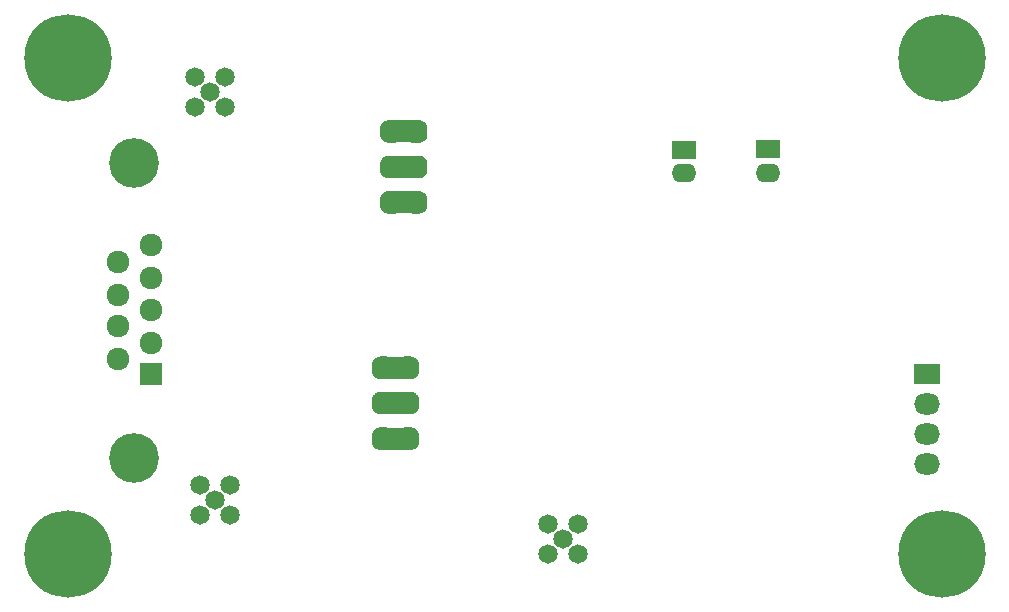
<source format=gbs>
G04 #@! TF.GenerationSoftware,KiCad,Pcbnew,(5.1.5-0)*
G04 #@! TF.CreationDate,2021-11-01T14:26:59-06:00*
G04 #@! TF.ProjectId,2ch-ads,3263682d-6164-4732-9e6b-696361645f70,rev?*
G04 #@! TF.SameCoordinates,Original*
G04 #@! TF.FileFunction,Soldermask,Bot*
G04 #@! TF.FilePolarity,Negative*
%FSLAX46Y46*%
G04 Gerber Fmt 4.6, Leading zero omitted, Abs format (unit mm)*
G04 Created by KiCad (PCBNEW (5.1.5-0)) date 2021-11-01 14:26:59*
%MOMM*%
%LPD*%
G04 APERTURE LIST*
%ADD10R,1.400000X1.900000*%
%ADD11C,0.100000*%
%ADD12C,1.640000*%
%ADD13R,2.200000X1.800000*%
%ADD14O,2.200000X1.800000*%
%ADD15O,2.100000X1.600000*%
%ADD16R,2.100000X1.600000*%
%ADD17C,4.210000*%
%ADD18R,1.920000X1.920000*%
%ADD19C,1.920000*%
%ADD20C,7.400000*%
G04 APERTURE END LIST*
D10*
X125450000Y-91250000D03*
D11*
G36*
X126756112Y-90300602D02*
G01*
X126774534Y-90300602D01*
X126794140Y-90301565D01*
X126842971Y-90306375D01*
X126862380Y-90309254D01*
X126910505Y-90318826D01*
X126929548Y-90323596D01*
X126976503Y-90337840D01*
X126994980Y-90344451D01*
X127040313Y-90363228D01*
X127058061Y-90371623D01*
X127101334Y-90394754D01*
X127118162Y-90404840D01*
X127158961Y-90432100D01*
X127174730Y-90443795D01*
X127212659Y-90474923D01*
X127227200Y-90488103D01*
X127261897Y-90522800D01*
X127275077Y-90537341D01*
X127306205Y-90575270D01*
X127317900Y-90591039D01*
X127345160Y-90631838D01*
X127355246Y-90648666D01*
X127378377Y-90691939D01*
X127386772Y-90709687D01*
X127405549Y-90755020D01*
X127412160Y-90773497D01*
X127426404Y-90820452D01*
X127431174Y-90839495D01*
X127440746Y-90887620D01*
X127443625Y-90907029D01*
X127448435Y-90955860D01*
X127449398Y-90975466D01*
X127449398Y-90993888D01*
X127450000Y-91000000D01*
X127450000Y-91500000D01*
X127449398Y-91506112D01*
X127449398Y-91524534D01*
X127448435Y-91544140D01*
X127443625Y-91592971D01*
X127440746Y-91612380D01*
X127431174Y-91660505D01*
X127426404Y-91679548D01*
X127412160Y-91726503D01*
X127405549Y-91744980D01*
X127386772Y-91790313D01*
X127378377Y-91808061D01*
X127355246Y-91851334D01*
X127345160Y-91868162D01*
X127317900Y-91908961D01*
X127306205Y-91924730D01*
X127275077Y-91962659D01*
X127261897Y-91977200D01*
X127227200Y-92011897D01*
X127212659Y-92025077D01*
X127174730Y-92056205D01*
X127158961Y-92067900D01*
X127118162Y-92095160D01*
X127101334Y-92105246D01*
X127058061Y-92128377D01*
X127040313Y-92136772D01*
X126994980Y-92155549D01*
X126976503Y-92162160D01*
X126929548Y-92176404D01*
X126910505Y-92181174D01*
X126862380Y-92190746D01*
X126842971Y-92193625D01*
X126794140Y-92198435D01*
X126774534Y-92199398D01*
X126756112Y-92199398D01*
X126750000Y-92200000D01*
X126200000Y-92200000D01*
X126160982Y-92196157D01*
X126123463Y-92184776D01*
X126088886Y-92166294D01*
X126058579Y-92141421D01*
X126033706Y-92111114D01*
X126015224Y-92076537D01*
X126003843Y-92039018D01*
X126000000Y-92000000D01*
X126000000Y-90500000D01*
X126003843Y-90460982D01*
X126015224Y-90423463D01*
X126033706Y-90388886D01*
X126058579Y-90358579D01*
X126088886Y-90333706D01*
X126123463Y-90315224D01*
X126160982Y-90303843D01*
X126200000Y-90300000D01*
X126750000Y-90300000D01*
X126756112Y-90300602D01*
G37*
G36*
X124739018Y-90303843D02*
G01*
X124776537Y-90315224D01*
X124811114Y-90333706D01*
X124841421Y-90358579D01*
X124866294Y-90388886D01*
X124884776Y-90423463D01*
X124896157Y-90460982D01*
X124900000Y-90500000D01*
X124900000Y-92000000D01*
X124896157Y-92039018D01*
X124884776Y-92076537D01*
X124866294Y-92111114D01*
X124841421Y-92141421D01*
X124811114Y-92166294D01*
X124776537Y-92184776D01*
X124739018Y-92196157D01*
X124700000Y-92200000D01*
X124150000Y-92200000D01*
X124143888Y-92199398D01*
X124125466Y-92199398D01*
X124105860Y-92198435D01*
X124057029Y-92193625D01*
X124037620Y-92190746D01*
X123989495Y-92181174D01*
X123970452Y-92176404D01*
X123923497Y-92162160D01*
X123905020Y-92155549D01*
X123859687Y-92136772D01*
X123841939Y-92128377D01*
X123798666Y-92105246D01*
X123781838Y-92095160D01*
X123741039Y-92067900D01*
X123725270Y-92056205D01*
X123687341Y-92025077D01*
X123672800Y-92011897D01*
X123638103Y-91977200D01*
X123624923Y-91962659D01*
X123593795Y-91924730D01*
X123582100Y-91908961D01*
X123554840Y-91868162D01*
X123544754Y-91851334D01*
X123521623Y-91808061D01*
X123513228Y-91790313D01*
X123494451Y-91744980D01*
X123487840Y-91726503D01*
X123473596Y-91679548D01*
X123468826Y-91660505D01*
X123459254Y-91612380D01*
X123456375Y-91592971D01*
X123451565Y-91544140D01*
X123450602Y-91524534D01*
X123450602Y-91506112D01*
X123450000Y-91500000D01*
X123450000Y-91000000D01*
X123450602Y-90993888D01*
X123450602Y-90975466D01*
X123451565Y-90955860D01*
X123456375Y-90907029D01*
X123459254Y-90887620D01*
X123468826Y-90839495D01*
X123473596Y-90820452D01*
X123487840Y-90773497D01*
X123494451Y-90755020D01*
X123513228Y-90709687D01*
X123521623Y-90691939D01*
X123544754Y-90648666D01*
X123554840Y-90631838D01*
X123582100Y-90591039D01*
X123593795Y-90575270D01*
X123624923Y-90537341D01*
X123638103Y-90522800D01*
X123672800Y-90488103D01*
X123687341Y-90474923D01*
X123725270Y-90443795D01*
X123741039Y-90432100D01*
X123781838Y-90404840D01*
X123798666Y-90394754D01*
X123841939Y-90371623D01*
X123859687Y-90363228D01*
X123905020Y-90344451D01*
X123923497Y-90337840D01*
X123970452Y-90323596D01*
X123989495Y-90318826D01*
X124037620Y-90309254D01*
X124057029Y-90306375D01*
X124105860Y-90301565D01*
X124125466Y-90300602D01*
X124143888Y-90300602D01*
X124150000Y-90300000D01*
X124700000Y-90300000D01*
X124739018Y-90303843D01*
G37*
D10*
X125450000Y-88250000D03*
D11*
G36*
X126756112Y-87300602D02*
G01*
X126774534Y-87300602D01*
X126794140Y-87301565D01*
X126842971Y-87306375D01*
X126862380Y-87309254D01*
X126910505Y-87318826D01*
X126929548Y-87323596D01*
X126976503Y-87337840D01*
X126994980Y-87344451D01*
X127040313Y-87363228D01*
X127058061Y-87371623D01*
X127101334Y-87394754D01*
X127118162Y-87404840D01*
X127158961Y-87432100D01*
X127174730Y-87443795D01*
X127212659Y-87474923D01*
X127227200Y-87488103D01*
X127261897Y-87522800D01*
X127275077Y-87537341D01*
X127306205Y-87575270D01*
X127317900Y-87591039D01*
X127345160Y-87631838D01*
X127355246Y-87648666D01*
X127378377Y-87691939D01*
X127386772Y-87709687D01*
X127405549Y-87755020D01*
X127412160Y-87773497D01*
X127426404Y-87820452D01*
X127431174Y-87839495D01*
X127440746Y-87887620D01*
X127443625Y-87907029D01*
X127448435Y-87955860D01*
X127449398Y-87975466D01*
X127449398Y-87993888D01*
X127450000Y-88000000D01*
X127450000Y-88500000D01*
X127449398Y-88506112D01*
X127449398Y-88524534D01*
X127448435Y-88544140D01*
X127443625Y-88592971D01*
X127440746Y-88612380D01*
X127431174Y-88660505D01*
X127426404Y-88679548D01*
X127412160Y-88726503D01*
X127405549Y-88744980D01*
X127386772Y-88790313D01*
X127378377Y-88808061D01*
X127355246Y-88851334D01*
X127345160Y-88868162D01*
X127317900Y-88908961D01*
X127306205Y-88924730D01*
X127275077Y-88962659D01*
X127261897Y-88977200D01*
X127227200Y-89011897D01*
X127212659Y-89025077D01*
X127174730Y-89056205D01*
X127158961Y-89067900D01*
X127118162Y-89095160D01*
X127101334Y-89105246D01*
X127058061Y-89128377D01*
X127040313Y-89136772D01*
X126994980Y-89155549D01*
X126976503Y-89162160D01*
X126929548Y-89176404D01*
X126910505Y-89181174D01*
X126862380Y-89190746D01*
X126842971Y-89193625D01*
X126794140Y-89198435D01*
X126774534Y-89199398D01*
X126756112Y-89199398D01*
X126750000Y-89200000D01*
X126200000Y-89200000D01*
X126160982Y-89196157D01*
X126123463Y-89184776D01*
X126088886Y-89166294D01*
X126058579Y-89141421D01*
X126033706Y-89111114D01*
X126015224Y-89076537D01*
X126003843Y-89039018D01*
X126000000Y-89000000D01*
X126000000Y-87500000D01*
X126003843Y-87460982D01*
X126015224Y-87423463D01*
X126033706Y-87388886D01*
X126058579Y-87358579D01*
X126088886Y-87333706D01*
X126123463Y-87315224D01*
X126160982Y-87303843D01*
X126200000Y-87300000D01*
X126750000Y-87300000D01*
X126756112Y-87300602D01*
G37*
G36*
X124739018Y-87303843D02*
G01*
X124776537Y-87315224D01*
X124811114Y-87333706D01*
X124841421Y-87358579D01*
X124866294Y-87388886D01*
X124884776Y-87423463D01*
X124896157Y-87460982D01*
X124900000Y-87500000D01*
X124900000Y-89000000D01*
X124896157Y-89039018D01*
X124884776Y-89076537D01*
X124866294Y-89111114D01*
X124841421Y-89141421D01*
X124811114Y-89166294D01*
X124776537Y-89184776D01*
X124739018Y-89196157D01*
X124700000Y-89200000D01*
X124150000Y-89200000D01*
X124143888Y-89199398D01*
X124125466Y-89199398D01*
X124105860Y-89198435D01*
X124057029Y-89193625D01*
X124037620Y-89190746D01*
X123989495Y-89181174D01*
X123970452Y-89176404D01*
X123923497Y-89162160D01*
X123905020Y-89155549D01*
X123859687Y-89136772D01*
X123841939Y-89128377D01*
X123798666Y-89105246D01*
X123781838Y-89095160D01*
X123741039Y-89067900D01*
X123725270Y-89056205D01*
X123687341Y-89025077D01*
X123672800Y-89011897D01*
X123638103Y-88977200D01*
X123624923Y-88962659D01*
X123593795Y-88924730D01*
X123582100Y-88908961D01*
X123554840Y-88868162D01*
X123544754Y-88851334D01*
X123521623Y-88808061D01*
X123513228Y-88790313D01*
X123494451Y-88744980D01*
X123487840Y-88726503D01*
X123473596Y-88679548D01*
X123468826Y-88660505D01*
X123459254Y-88612380D01*
X123456375Y-88592971D01*
X123451565Y-88544140D01*
X123450602Y-88524534D01*
X123450602Y-88506112D01*
X123450000Y-88500000D01*
X123450000Y-88000000D01*
X123450602Y-87993888D01*
X123450602Y-87975466D01*
X123451565Y-87955860D01*
X123456375Y-87907029D01*
X123459254Y-87887620D01*
X123468826Y-87839495D01*
X123473596Y-87820452D01*
X123487840Y-87773497D01*
X123494451Y-87755020D01*
X123513228Y-87709687D01*
X123521623Y-87691939D01*
X123544754Y-87648666D01*
X123554840Y-87631838D01*
X123582100Y-87591039D01*
X123593795Y-87575270D01*
X123624923Y-87537341D01*
X123638103Y-87522800D01*
X123672800Y-87488103D01*
X123687341Y-87474923D01*
X123725270Y-87443795D01*
X123741039Y-87432100D01*
X123781838Y-87404840D01*
X123798666Y-87394754D01*
X123841939Y-87371623D01*
X123859687Y-87363228D01*
X123905020Y-87344451D01*
X123923497Y-87337840D01*
X123970452Y-87323596D01*
X123989495Y-87318826D01*
X124037620Y-87309254D01*
X124057029Y-87306375D01*
X124105860Y-87301565D01*
X124125466Y-87300602D01*
X124143888Y-87300602D01*
X124150000Y-87300000D01*
X124700000Y-87300000D01*
X124739018Y-87303843D01*
G37*
D10*
X125450000Y-85250000D03*
D11*
G36*
X126756112Y-84300602D02*
G01*
X126774534Y-84300602D01*
X126794140Y-84301565D01*
X126842971Y-84306375D01*
X126862380Y-84309254D01*
X126910505Y-84318826D01*
X126929548Y-84323596D01*
X126976503Y-84337840D01*
X126994980Y-84344451D01*
X127040313Y-84363228D01*
X127058061Y-84371623D01*
X127101334Y-84394754D01*
X127118162Y-84404840D01*
X127158961Y-84432100D01*
X127174730Y-84443795D01*
X127212659Y-84474923D01*
X127227200Y-84488103D01*
X127261897Y-84522800D01*
X127275077Y-84537341D01*
X127306205Y-84575270D01*
X127317900Y-84591039D01*
X127345160Y-84631838D01*
X127355246Y-84648666D01*
X127378377Y-84691939D01*
X127386772Y-84709687D01*
X127405549Y-84755020D01*
X127412160Y-84773497D01*
X127426404Y-84820452D01*
X127431174Y-84839495D01*
X127440746Y-84887620D01*
X127443625Y-84907029D01*
X127448435Y-84955860D01*
X127449398Y-84975466D01*
X127449398Y-84993888D01*
X127450000Y-85000000D01*
X127450000Y-85500000D01*
X127449398Y-85506112D01*
X127449398Y-85524534D01*
X127448435Y-85544140D01*
X127443625Y-85592971D01*
X127440746Y-85612380D01*
X127431174Y-85660505D01*
X127426404Y-85679548D01*
X127412160Y-85726503D01*
X127405549Y-85744980D01*
X127386772Y-85790313D01*
X127378377Y-85808061D01*
X127355246Y-85851334D01*
X127345160Y-85868162D01*
X127317900Y-85908961D01*
X127306205Y-85924730D01*
X127275077Y-85962659D01*
X127261897Y-85977200D01*
X127227200Y-86011897D01*
X127212659Y-86025077D01*
X127174730Y-86056205D01*
X127158961Y-86067900D01*
X127118162Y-86095160D01*
X127101334Y-86105246D01*
X127058061Y-86128377D01*
X127040313Y-86136772D01*
X126994980Y-86155549D01*
X126976503Y-86162160D01*
X126929548Y-86176404D01*
X126910505Y-86181174D01*
X126862380Y-86190746D01*
X126842971Y-86193625D01*
X126794140Y-86198435D01*
X126774534Y-86199398D01*
X126756112Y-86199398D01*
X126750000Y-86200000D01*
X126200000Y-86200000D01*
X126160982Y-86196157D01*
X126123463Y-86184776D01*
X126088886Y-86166294D01*
X126058579Y-86141421D01*
X126033706Y-86111114D01*
X126015224Y-86076537D01*
X126003843Y-86039018D01*
X126000000Y-86000000D01*
X126000000Y-84500000D01*
X126003843Y-84460982D01*
X126015224Y-84423463D01*
X126033706Y-84388886D01*
X126058579Y-84358579D01*
X126088886Y-84333706D01*
X126123463Y-84315224D01*
X126160982Y-84303843D01*
X126200000Y-84300000D01*
X126750000Y-84300000D01*
X126756112Y-84300602D01*
G37*
G36*
X124739018Y-84303843D02*
G01*
X124776537Y-84315224D01*
X124811114Y-84333706D01*
X124841421Y-84358579D01*
X124866294Y-84388886D01*
X124884776Y-84423463D01*
X124896157Y-84460982D01*
X124900000Y-84500000D01*
X124900000Y-86000000D01*
X124896157Y-86039018D01*
X124884776Y-86076537D01*
X124866294Y-86111114D01*
X124841421Y-86141421D01*
X124811114Y-86166294D01*
X124776537Y-86184776D01*
X124739018Y-86196157D01*
X124700000Y-86200000D01*
X124150000Y-86200000D01*
X124143888Y-86199398D01*
X124125466Y-86199398D01*
X124105860Y-86198435D01*
X124057029Y-86193625D01*
X124037620Y-86190746D01*
X123989495Y-86181174D01*
X123970452Y-86176404D01*
X123923497Y-86162160D01*
X123905020Y-86155549D01*
X123859687Y-86136772D01*
X123841939Y-86128377D01*
X123798666Y-86105246D01*
X123781838Y-86095160D01*
X123741039Y-86067900D01*
X123725270Y-86056205D01*
X123687341Y-86025077D01*
X123672800Y-86011897D01*
X123638103Y-85977200D01*
X123624923Y-85962659D01*
X123593795Y-85924730D01*
X123582100Y-85908961D01*
X123554840Y-85868162D01*
X123544754Y-85851334D01*
X123521623Y-85808061D01*
X123513228Y-85790313D01*
X123494451Y-85744980D01*
X123487840Y-85726503D01*
X123473596Y-85679548D01*
X123468826Y-85660505D01*
X123459254Y-85612380D01*
X123456375Y-85592971D01*
X123451565Y-85544140D01*
X123450602Y-85524534D01*
X123450602Y-85506112D01*
X123450000Y-85500000D01*
X123450000Y-85000000D01*
X123450602Y-84993888D01*
X123450602Y-84975466D01*
X123451565Y-84955860D01*
X123456375Y-84907029D01*
X123459254Y-84887620D01*
X123468826Y-84839495D01*
X123473596Y-84820452D01*
X123487840Y-84773497D01*
X123494451Y-84755020D01*
X123513228Y-84709687D01*
X123521623Y-84691939D01*
X123544754Y-84648666D01*
X123554840Y-84631838D01*
X123582100Y-84591039D01*
X123593795Y-84575270D01*
X123624923Y-84537341D01*
X123638103Y-84522800D01*
X123672800Y-84488103D01*
X123687341Y-84474923D01*
X123725270Y-84443795D01*
X123741039Y-84432100D01*
X123781838Y-84404840D01*
X123798666Y-84394754D01*
X123841939Y-84371623D01*
X123859687Y-84363228D01*
X123905020Y-84344451D01*
X123923497Y-84337840D01*
X123970452Y-84323596D01*
X123989495Y-84318826D01*
X124037620Y-84309254D01*
X124057029Y-84306375D01*
X124105860Y-84301565D01*
X124125466Y-84300602D01*
X124143888Y-84300602D01*
X124150000Y-84300000D01*
X124700000Y-84300000D01*
X124739018Y-84303843D01*
G37*
D10*
X124750000Y-111250000D03*
D11*
G36*
X126056112Y-110300602D02*
G01*
X126074534Y-110300602D01*
X126094140Y-110301565D01*
X126142971Y-110306375D01*
X126162380Y-110309254D01*
X126210505Y-110318826D01*
X126229548Y-110323596D01*
X126276503Y-110337840D01*
X126294980Y-110344451D01*
X126340313Y-110363228D01*
X126358061Y-110371623D01*
X126401334Y-110394754D01*
X126418162Y-110404840D01*
X126458961Y-110432100D01*
X126474730Y-110443795D01*
X126512659Y-110474923D01*
X126527200Y-110488103D01*
X126561897Y-110522800D01*
X126575077Y-110537341D01*
X126606205Y-110575270D01*
X126617900Y-110591039D01*
X126645160Y-110631838D01*
X126655246Y-110648666D01*
X126678377Y-110691939D01*
X126686772Y-110709687D01*
X126705549Y-110755020D01*
X126712160Y-110773497D01*
X126726404Y-110820452D01*
X126731174Y-110839495D01*
X126740746Y-110887620D01*
X126743625Y-110907029D01*
X126748435Y-110955860D01*
X126749398Y-110975466D01*
X126749398Y-110993888D01*
X126750000Y-111000000D01*
X126750000Y-111500000D01*
X126749398Y-111506112D01*
X126749398Y-111524534D01*
X126748435Y-111544140D01*
X126743625Y-111592971D01*
X126740746Y-111612380D01*
X126731174Y-111660505D01*
X126726404Y-111679548D01*
X126712160Y-111726503D01*
X126705549Y-111744980D01*
X126686772Y-111790313D01*
X126678377Y-111808061D01*
X126655246Y-111851334D01*
X126645160Y-111868162D01*
X126617900Y-111908961D01*
X126606205Y-111924730D01*
X126575077Y-111962659D01*
X126561897Y-111977200D01*
X126527200Y-112011897D01*
X126512659Y-112025077D01*
X126474730Y-112056205D01*
X126458961Y-112067900D01*
X126418162Y-112095160D01*
X126401334Y-112105246D01*
X126358061Y-112128377D01*
X126340313Y-112136772D01*
X126294980Y-112155549D01*
X126276503Y-112162160D01*
X126229548Y-112176404D01*
X126210505Y-112181174D01*
X126162380Y-112190746D01*
X126142971Y-112193625D01*
X126094140Y-112198435D01*
X126074534Y-112199398D01*
X126056112Y-112199398D01*
X126050000Y-112200000D01*
X125500000Y-112200000D01*
X125460982Y-112196157D01*
X125423463Y-112184776D01*
X125388886Y-112166294D01*
X125358579Y-112141421D01*
X125333706Y-112111114D01*
X125315224Y-112076537D01*
X125303843Y-112039018D01*
X125300000Y-112000000D01*
X125300000Y-110500000D01*
X125303843Y-110460982D01*
X125315224Y-110423463D01*
X125333706Y-110388886D01*
X125358579Y-110358579D01*
X125388886Y-110333706D01*
X125423463Y-110315224D01*
X125460982Y-110303843D01*
X125500000Y-110300000D01*
X126050000Y-110300000D01*
X126056112Y-110300602D01*
G37*
G36*
X124039018Y-110303843D02*
G01*
X124076537Y-110315224D01*
X124111114Y-110333706D01*
X124141421Y-110358579D01*
X124166294Y-110388886D01*
X124184776Y-110423463D01*
X124196157Y-110460982D01*
X124200000Y-110500000D01*
X124200000Y-112000000D01*
X124196157Y-112039018D01*
X124184776Y-112076537D01*
X124166294Y-112111114D01*
X124141421Y-112141421D01*
X124111114Y-112166294D01*
X124076537Y-112184776D01*
X124039018Y-112196157D01*
X124000000Y-112200000D01*
X123450000Y-112200000D01*
X123443888Y-112199398D01*
X123425466Y-112199398D01*
X123405860Y-112198435D01*
X123357029Y-112193625D01*
X123337620Y-112190746D01*
X123289495Y-112181174D01*
X123270452Y-112176404D01*
X123223497Y-112162160D01*
X123205020Y-112155549D01*
X123159687Y-112136772D01*
X123141939Y-112128377D01*
X123098666Y-112105246D01*
X123081838Y-112095160D01*
X123041039Y-112067900D01*
X123025270Y-112056205D01*
X122987341Y-112025077D01*
X122972800Y-112011897D01*
X122938103Y-111977200D01*
X122924923Y-111962659D01*
X122893795Y-111924730D01*
X122882100Y-111908961D01*
X122854840Y-111868162D01*
X122844754Y-111851334D01*
X122821623Y-111808061D01*
X122813228Y-111790313D01*
X122794451Y-111744980D01*
X122787840Y-111726503D01*
X122773596Y-111679548D01*
X122768826Y-111660505D01*
X122759254Y-111612380D01*
X122756375Y-111592971D01*
X122751565Y-111544140D01*
X122750602Y-111524534D01*
X122750602Y-111506112D01*
X122750000Y-111500000D01*
X122750000Y-111000000D01*
X122750602Y-110993888D01*
X122750602Y-110975466D01*
X122751565Y-110955860D01*
X122756375Y-110907029D01*
X122759254Y-110887620D01*
X122768826Y-110839495D01*
X122773596Y-110820452D01*
X122787840Y-110773497D01*
X122794451Y-110755020D01*
X122813228Y-110709687D01*
X122821623Y-110691939D01*
X122844754Y-110648666D01*
X122854840Y-110631838D01*
X122882100Y-110591039D01*
X122893795Y-110575270D01*
X122924923Y-110537341D01*
X122938103Y-110522800D01*
X122972800Y-110488103D01*
X122987341Y-110474923D01*
X123025270Y-110443795D01*
X123041039Y-110432100D01*
X123081838Y-110404840D01*
X123098666Y-110394754D01*
X123141939Y-110371623D01*
X123159687Y-110363228D01*
X123205020Y-110344451D01*
X123223497Y-110337840D01*
X123270452Y-110323596D01*
X123289495Y-110318826D01*
X123337620Y-110309254D01*
X123357029Y-110306375D01*
X123405860Y-110301565D01*
X123425466Y-110300602D01*
X123443888Y-110300602D01*
X123450000Y-110300000D01*
X124000000Y-110300000D01*
X124039018Y-110303843D01*
G37*
D10*
X124750000Y-108250000D03*
D11*
G36*
X126056112Y-107300602D02*
G01*
X126074534Y-107300602D01*
X126094140Y-107301565D01*
X126142971Y-107306375D01*
X126162380Y-107309254D01*
X126210505Y-107318826D01*
X126229548Y-107323596D01*
X126276503Y-107337840D01*
X126294980Y-107344451D01*
X126340313Y-107363228D01*
X126358061Y-107371623D01*
X126401334Y-107394754D01*
X126418162Y-107404840D01*
X126458961Y-107432100D01*
X126474730Y-107443795D01*
X126512659Y-107474923D01*
X126527200Y-107488103D01*
X126561897Y-107522800D01*
X126575077Y-107537341D01*
X126606205Y-107575270D01*
X126617900Y-107591039D01*
X126645160Y-107631838D01*
X126655246Y-107648666D01*
X126678377Y-107691939D01*
X126686772Y-107709687D01*
X126705549Y-107755020D01*
X126712160Y-107773497D01*
X126726404Y-107820452D01*
X126731174Y-107839495D01*
X126740746Y-107887620D01*
X126743625Y-107907029D01*
X126748435Y-107955860D01*
X126749398Y-107975466D01*
X126749398Y-107993888D01*
X126750000Y-108000000D01*
X126750000Y-108500000D01*
X126749398Y-108506112D01*
X126749398Y-108524534D01*
X126748435Y-108544140D01*
X126743625Y-108592971D01*
X126740746Y-108612380D01*
X126731174Y-108660505D01*
X126726404Y-108679548D01*
X126712160Y-108726503D01*
X126705549Y-108744980D01*
X126686772Y-108790313D01*
X126678377Y-108808061D01*
X126655246Y-108851334D01*
X126645160Y-108868162D01*
X126617900Y-108908961D01*
X126606205Y-108924730D01*
X126575077Y-108962659D01*
X126561897Y-108977200D01*
X126527200Y-109011897D01*
X126512659Y-109025077D01*
X126474730Y-109056205D01*
X126458961Y-109067900D01*
X126418162Y-109095160D01*
X126401334Y-109105246D01*
X126358061Y-109128377D01*
X126340313Y-109136772D01*
X126294980Y-109155549D01*
X126276503Y-109162160D01*
X126229548Y-109176404D01*
X126210505Y-109181174D01*
X126162380Y-109190746D01*
X126142971Y-109193625D01*
X126094140Y-109198435D01*
X126074534Y-109199398D01*
X126056112Y-109199398D01*
X126050000Y-109200000D01*
X125500000Y-109200000D01*
X125460982Y-109196157D01*
X125423463Y-109184776D01*
X125388886Y-109166294D01*
X125358579Y-109141421D01*
X125333706Y-109111114D01*
X125315224Y-109076537D01*
X125303843Y-109039018D01*
X125300000Y-109000000D01*
X125300000Y-107500000D01*
X125303843Y-107460982D01*
X125315224Y-107423463D01*
X125333706Y-107388886D01*
X125358579Y-107358579D01*
X125388886Y-107333706D01*
X125423463Y-107315224D01*
X125460982Y-107303843D01*
X125500000Y-107300000D01*
X126050000Y-107300000D01*
X126056112Y-107300602D01*
G37*
G36*
X124039018Y-107303843D02*
G01*
X124076537Y-107315224D01*
X124111114Y-107333706D01*
X124141421Y-107358579D01*
X124166294Y-107388886D01*
X124184776Y-107423463D01*
X124196157Y-107460982D01*
X124200000Y-107500000D01*
X124200000Y-109000000D01*
X124196157Y-109039018D01*
X124184776Y-109076537D01*
X124166294Y-109111114D01*
X124141421Y-109141421D01*
X124111114Y-109166294D01*
X124076537Y-109184776D01*
X124039018Y-109196157D01*
X124000000Y-109200000D01*
X123450000Y-109200000D01*
X123443888Y-109199398D01*
X123425466Y-109199398D01*
X123405860Y-109198435D01*
X123357029Y-109193625D01*
X123337620Y-109190746D01*
X123289495Y-109181174D01*
X123270452Y-109176404D01*
X123223497Y-109162160D01*
X123205020Y-109155549D01*
X123159687Y-109136772D01*
X123141939Y-109128377D01*
X123098666Y-109105246D01*
X123081838Y-109095160D01*
X123041039Y-109067900D01*
X123025270Y-109056205D01*
X122987341Y-109025077D01*
X122972800Y-109011897D01*
X122938103Y-108977200D01*
X122924923Y-108962659D01*
X122893795Y-108924730D01*
X122882100Y-108908961D01*
X122854840Y-108868162D01*
X122844754Y-108851334D01*
X122821623Y-108808061D01*
X122813228Y-108790313D01*
X122794451Y-108744980D01*
X122787840Y-108726503D01*
X122773596Y-108679548D01*
X122768826Y-108660505D01*
X122759254Y-108612380D01*
X122756375Y-108592971D01*
X122751565Y-108544140D01*
X122750602Y-108524534D01*
X122750602Y-108506112D01*
X122750000Y-108500000D01*
X122750000Y-108000000D01*
X122750602Y-107993888D01*
X122750602Y-107975466D01*
X122751565Y-107955860D01*
X122756375Y-107907029D01*
X122759254Y-107887620D01*
X122768826Y-107839495D01*
X122773596Y-107820452D01*
X122787840Y-107773497D01*
X122794451Y-107755020D01*
X122813228Y-107709687D01*
X122821623Y-107691939D01*
X122844754Y-107648666D01*
X122854840Y-107631838D01*
X122882100Y-107591039D01*
X122893795Y-107575270D01*
X122924923Y-107537341D01*
X122938103Y-107522800D01*
X122972800Y-107488103D01*
X122987341Y-107474923D01*
X123025270Y-107443795D01*
X123041039Y-107432100D01*
X123081838Y-107404840D01*
X123098666Y-107394754D01*
X123141939Y-107371623D01*
X123159687Y-107363228D01*
X123205020Y-107344451D01*
X123223497Y-107337840D01*
X123270452Y-107323596D01*
X123289495Y-107318826D01*
X123337620Y-107309254D01*
X123357029Y-107306375D01*
X123405860Y-107301565D01*
X123425466Y-107300602D01*
X123443888Y-107300602D01*
X123450000Y-107300000D01*
X124000000Y-107300000D01*
X124039018Y-107303843D01*
G37*
D10*
X124750000Y-105250000D03*
D11*
G36*
X126056112Y-104300602D02*
G01*
X126074534Y-104300602D01*
X126094140Y-104301565D01*
X126142971Y-104306375D01*
X126162380Y-104309254D01*
X126210505Y-104318826D01*
X126229548Y-104323596D01*
X126276503Y-104337840D01*
X126294980Y-104344451D01*
X126340313Y-104363228D01*
X126358061Y-104371623D01*
X126401334Y-104394754D01*
X126418162Y-104404840D01*
X126458961Y-104432100D01*
X126474730Y-104443795D01*
X126512659Y-104474923D01*
X126527200Y-104488103D01*
X126561897Y-104522800D01*
X126575077Y-104537341D01*
X126606205Y-104575270D01*
X126617900Y-104591039D01*
X126645160Y-104631838D01*
X126655246Y-104648666D01*
X126678377Y-104691939D01*
X126686772Y-104709687D01*
X126705549Y-104755020D01*
X126712160Y-104773497D01*
X126726404Y-104820452D01*
X126731174Y-104839495D01*
X126740746Y-104887620D01*
X126743625Y-104907029D01*
X126748435Y-104955860D01*
X126749398Y-104975466D01*
X126749398Y-104993888D01*
X126750000Y-105000000D01*
X126750000Y-105500000D01*
X126749398Y-105506112D01*
X126749398Y-105524534D01*
X126748435Y-105544140D01*
X126743625Y-105592971D01*
X126740746Y-105612380D01*
X126731174Y-105660505D01*
X126726404Y-105679548D01*
X126712160Y-105726503D01*
X126705549Y-105744980D01*
X126686772Y-105790313D01*
X126678377Y-105808061D01*
X126655246Y-105851334D01*
X126645160Y-105868162D01*
X126617900Y-105908961D01*
X126606205Y-105924730D01*
X126575077Y-105962659D01*
X126561897Y-105977200D01*
X126527200Y-106011897D01*
X126512659Y-106025077D01*
X126474730Y-106056205D01*
X126458961Y-106067900D01*
X126418162Y-106095160D01*
X126401334Y-106105246D01*
X126358061Y-106128377D01*
X126340313Y-106136772D01*
X126294980Y-106155549D01*
X126276503Y-106162160D01*
X126229548Y-106176404D01*
X126210505Y-106181174D01*
X126162380Y-106190746D01*
X126142971Y-106193625D01*
X126094140Y-106198435D01*
X126074534Y-106199398D01*
X126056112Y-106199398D01*
X126050000Y-106200000D01*
X125500000Y-106200000D01*
X125460982Y-106196157D01*
X125423463Y-106184776D01*
X125388886Y-106166294D01*
X125358579Y-106141421D01*
X125333706Y-106111114D01*
X125315224Y-106076537D01*
X125303843Y-106039018D01*
X125300000Y-106000000D01*
X125300000Y-104500000D01*
X125303843Y-104460982D01*
X125315224Y-104423463D01*
X125333706Y-104388886D01*
X125358579Y-104358579D01*
X125388886Y-104333706D01*
X125423463Y-104315224D01*
X125460982Y-104303843D01*
X125500000Y-104300000D01*
X126050000Y-104300000D01*
X126056112Y-104300602D01*
G37*
G36*
X124039018Y-104303843D02*
G01*
X124076537Y-104315224D01*
X124111114Y-104333706D01*
X124141421Y-104358579D01*
X124166294Y-104388886D01*
X124184776Y-104423463D01*
X124196157Y-104460982D01*
X124200000Y-104500000D01*
X124200000Y-106000000D01*
X124196157Y-106039018D01*
X124184776Y-106076537D01*
X124166294Y-106111114D01*
X124141421Y-106141421D01*
X124111114Y-106166294D01*
X124076537Y-106184776D01*
X124039018Y-106196157D01*
X124000000Y-106200000D01*
X123450000Y-106200000D01*
X123443888Y-106199398D01*
X123425466Y-106199398D01*
X123405860Y-106198435D01*
X123357029Y-106193625D01*
X123337620Y-106190746D01*
X123289495Y-106181174D01*
X123270452Y-106176404D01*
X123223497Y-106162160D01*
X123205020Y-106155549D01*
X123159687Y-106136772D01*
X123141939Y-106128377D01*
X123098666Y-106105246D01*
X123081838Y-106095160D01*
X123041039Y-106067900D01*
X123025270Y-106056205D01*
X122987341Y-106025077D01*
X122972800Y-106011897D01*
X122938103Y-105977200D01*
X122924923Y-105962659D01*
X122893795Y-105924730D01*
X122882100Y-105908961D01*
X122854840Y-105868162D01*
X122844754Y-105851334D01*
X122821623Y-105808061D01*
X122813228Y-105790313D01*
X122794451Y-105744980D01*
X122787840Y-105726503D01*
X122773596Y-105679548D01*
X122768826Y-105660505D01*
X122759254Y-105612380D01*
X122756375Y-105592971D01*
X122751565Y-105544140D01*
X122750602Y-105524534D01*
X122750602Y-105506112D01*
X122750000Y-105500000D01*
X122750000Y-105000000D01*
X122750602Y-104993888D01*
X122750602Y-104975466D01*
X122751565Y-104955860D01*
X122756375Y-104907029D01*
X122759254Y-104887620D01*
X122768826Y-104839495D01*
X122773596Y-104820452D01*
X122787840Y-104773497D01*
X122794451Y-104755020D01*
X122813228Y-104709687D01*
X122821623Y-104691939D01*
X122844754Y-104648666D01*
X122854840Y-104631838D01*
X122882100Y-104591039D01*
X122893795Y-104575270D01*
X122924923Y-104537341D01*
X122938103Y-104522800D01*
X122972800Y-104488103D01*
X122987341Y-104474923D01*
X123025270Y-104443795D01*
X123041039Y-104432100D01*
X123081838Y-104404840D01*
X123098666Y-104394754D01*
X123141939Y-104371623D01*
X123159687Y-104363228D01*
X123205020Y-104344451D01*
X123223497Y-104337840D01*
X123270452Y-104323596D01*
X123289495Y-104318826D01*
X123337620Y-104309254D01*
X123357029Y-104306375D01*
X123405860Y-104301565D01*
X123425466Y-104300602D01*
X123443888Y-104300602D01*
X123450000Y-104300000D01*
X124000000Y-104300000D01*
X124039018Y-104303843D01*
G37*
D12*
X137680000Y-121020000D03*
X140220000Y-118480000D03*
X140220000Y-121020000D03*
X137680000Y-118480000D03*
X138950000Y-119750000D03*
X107810000Y-83150000D03*
X110350000Y-80610000D03*
X110350000Y-83150000D03*
X107810000Y-80610000D03*
X109080000Y-81880000D03*
X108180000Y-117720000D03*
X110720000Y-115180000D03*
X110720000Y-117720000D03*
X108180000Y-115180000D03*
X109450000Y-116450000D03*
D13*
X169750000Y-105750000D03*
D14*
X169750000Y-108290000D03*
X169750000Y-110830000D03*
X169750000Y-113370000D03*
D15*
X156250000Y-88750000D03*
D16*
X156250000Y-86750000D03*
D15*
X149150000Y-88800000D03*
D16*
X149150000Y-86800000D03*
D17*
X102613000Y-87881000D03*
X102613000Y-112901000D03*
D18*
X104013000Y-105791000D03*
D19*
X104013000Y-103121000D03*
X104013000Y-100331000D03*
X104013000Y-97661000D03*
X104013000Y-94871000D03*
X101223000Y-104521000D03*
X101223000Y-101731000D03*
X101223000Y-99061000D03*
X101223000Y-96261000D03*
D20*
X97000000Y-79000000D03*
X171000000Y-79000000D03*
X97000000Y-121000000D03*
X171000000Y-121000000D03*
M02*

</source>
